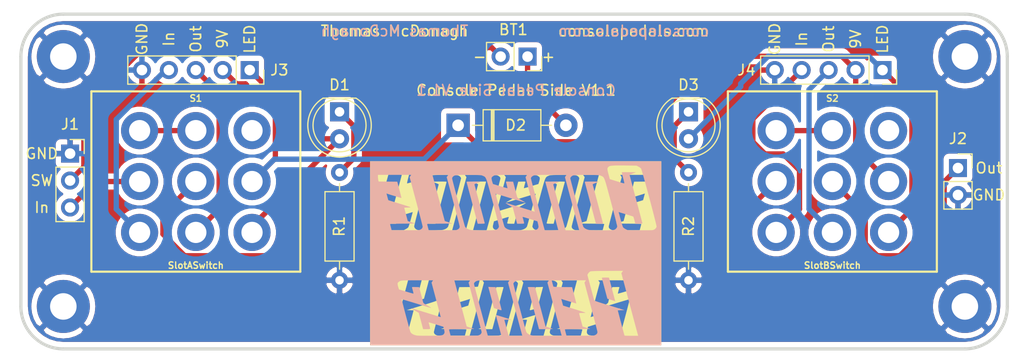
<source format=kicad_pcb>
(kicad_pcb (version 20171130) (host pcbnew "(5.1.7)-1")
  (layers (0 F.Cu signal) (31 B.Cu signal) (34 B.Paste user) (35 F.Paste user) (36 B.SilkS user) (37 F.SilkS user) (38 B.Mask user) (39 F.Mask user) (44 Edge.Cuts user))
  (net 0 "")
  (net 1 "Net-(BT1-Pad2)")
  (net 2 "Net-(BT1-Pad1)")
  (net 3 "Net-(D1-Pad1)")
  (net 4 /SlotALED)
  (net 5 +9V)
  (net 6 /SlotBLED)
  (net 7 "Net-(D3-Pad1)")
  (net 8 GND)
  (net 9 "Net-(J1-Pad3)")
  (net 10 "Net-(J2-Pad1)")
  (net 11 /SlotAOutput)
  (net 12 /SlotAInput)
  (net 13 /SlotBInput)
  (net 14 /SlotBOutput)
  (net 15 "Net-(S1-PadP$1)")
  (net 16 "Net-(S1-PadP$5)")
  (net 17 "Net-(S2-PadP$1)")
  (module libraries:consolePedalsLogo (layer F.Cu) (at 133.696999 117.856)
    (fp_text reference G*** hide)
    (fp_text value LOGO hide)
  )
  (module libraries:consolePedalsLogo (layer B.Cu) (at 133.696999 117.856 180)
    (fp_text reference G*** hide)
    (fp_text value LOGO hide)
  )
  (module libraries:STOMP_SWITCH_3PDT (layer F.Cu) (at 163.548181 111.089441)
    (fp_text reference S2 (at 0 -7.838441) (layer F.SilkS) (effects (font (size 0.6096 0.6096) (thickness 0.127))))
    (fp_text value SlotBSwitch (at 0 7.909559) (layer F.SilkS) (effects (font (size 0.6096 0.6096) (thickness 0.127))))
    (pad P$9 thru_hole circle (at 5.29844 4.79806) (size 3.5 3.5) (drill 2) (layers *.Cu *.Mask) (net 6 /SlotBLED))
    (pad P$8 thru_hole circle (at 5.29844 0) (size 3.5 3.5) (drill 2) (layers *.Cu *.Mask) (net 5 +9V))
    (pad P$7 thru_hole circle (at 5.29844 -4.79806) (size 3.5 3.5) (drill 2) (layers *.Cu *.Mask))
    (pad P$6 thru_hole circle (at 0 4.79806) (size 3.5 3.5) (drill 2) (layers *.Cu *.Mask) (net 14 /SlotBOutput))
    (pad P$5 thru_hole circle (at 0 0) (size 3.5 3.5) (drill 2) (layers *.Cu *.Mask) (net 10 "Net-(J2-Pad1)"))
    (pad P$4 thru_hole circle (at 0 -4.79806) (size 3.5 3.5) (drill 2) (layers *.Cu *.Mask) (net 17 "Net-(S2-PadP$1)"))
    (pad P$3 thru_hole circle (at -5.29844 4.79806) (size 3.5 3.5) (drill 2) (layers *.Cu *.Mask) (net 13 /SlotBInput))
    (pad P$2 thru_hole circle (at -5.29844 0) (size 3.5 3.5) (drill 2) (layers *.Cu *.Mask) (net 16 "Net-(S1-PadP$5)"))
    (pad P$1 thru_hole circle (at -5.29844 -4.79806) (size 3.5 3.5) (drill 2) (layers *.Cu *.Mask) (net 17 "Net-(S2-PadP$1)"))
  )
  (module libraries:STOMP_SWITCH_3PDT (layer F.Cu) (at 103.548181 111.089441)
    (fp_text reference S1 (at 0 -7.838441) (layer F.SilkS) (effects (font (size 0.6096 0.6096) (thickness 0.127))))
    (fp_text value SlotASwitch (at 0 7.909559) (layer F.SilkS) (effects (font (size 0.6096 0.6096) (thickness 0.127))))
    (pad P$9 thru_hole circle (at 5.29844 4.79806) (size 3.5 3.5) (drill 2) (layers *.Cu *.Mask) (net 4 /SlotALED))
    (pad P$8 thru_hole circle (at 5.29844 0) (size 3.5 3.5) (drill 2) (layers *.Cu *.Mask) (net 5 +9V))
    (pad P$7 thru_hole circle (at 5.29844 -4.79806) (size 3.5 3.5) (drill 2) (layers *.Cu *.Mask))
    (pad P$6 thru_hole circle (at 0 4.79806) (size 3.5 3.5) (drill 2) (layers *.Cu *.Mask) (net 11 /SlotAOutput))
    (pad P$5 thru_hole circle (at 0 0) (size 3.5 3.5) (drill 2) (layers *.Cu *.Mask) (net 16 "Net-(S1-PadP$5)"))
    (pad P$4 thru_hole circle (at 0 -4.79806) (size 3.5 3.5) (drill 2) (layers *.Cu *.Mask) (net 15 "Net-(S1-PadP$1)"))
    (pad P$3 thru_hole circle (at -5.29844 4.79806) (size 3.5 3.5) (drill 2) (layers *.Cu *.Mask) (net 12 /SlotAInput))
    (pad P$2 thru_hole circle (at -5.29844 0) (size 3.5 3.5) (drill 2) (layers *.Cu *.Mask) (net 9 "Net-(J1-Pad3)"))
    (pad P$1 thru_hole circle (at -5.29844 -4.79806) (size 3.5 3.5) (drill 2) (layers *.Cu *.Mask) (net 15 "Net-(S1-PadP$1)"))
  )
  (module Connector_PinSocket_2.54mm:PinSocket_1x02_P2.54mm_Vertical (layer F.Cu) (at 134.818181 99.314 270)
    (fp_text reference BT1 (at -2.54 1.341181 180) (layer F.SilkS))
    (fp_text value 9V)
    (pad 2 thru_hole oval (at 0 2.54 270) (size 1.7 1.7) (drill 1) (layers *.Cu *.Mask) (net 1 "Net-(BT1-Pad2)"))
    (pad 1 thru_hole rect (at 0 0 270) (size 1.7 1.7) (drill 1) (layers *.Cu *.Mask) (net 2 "Net-(BT1-Pad1)"))
  )
  (module LED_THT:LED_D5.0mm (layer F.Cu) (at 117.094 104.521 270)
    (fp_text reference D1 (at -2.54 0 180) (layer F.SilkS))
    (fp_text value LED)
    (pad 2 thru_hole circle (at 2.54 0 270) (size 1.8 1.8) (drill 0.9) (layers *.Cu *.Mask) (net 4 /SlotALED))
    (pad 1 thru_hole rect (at 0 0 270) (size 1.8 1.8) (drill 0.9) (layers *.Cu *.Mask) (net 3 "Net-(D1-Pad1)"))
  )
  (module Diode_THT:D_DO-41_SOD81_P10.16mm_Horizontal (layer F.Cu) (at 128.27 105.791)
    (fp_text reference D2 (at 5.426999 -0.013001) (layer F.SilkS))
    (fp_text value D)
    (pad 2 thru_hole oval (at 10.16 0) (size 2.2 2.2) (drill 1.1) (layers *.Cu *.Mask) (net 2 "Net-(BT1-Pad1)"))
    (pad 1 thru_hole rect (at 0 0) (size 2.2 2.2) (drill 1.1) (layers *.Cu *.Mask) (net 5 +9V))
  )
  (module LED_THT:LED_D5.0mm (layer F.Cu) (at 149.987 104.521 270)
    (fp_text reference D3 (at -2.54 0 180) (layer F.SilkS))
    (fp_text value LED)
    (pad 2 thru_hole circle (at 2.54 0 270) (size 1.8 1.8) (drill 0.9) (layers *.Cu *.Mask) (net 6 /SlotBLED))
    (pad 1 thru_hole rect (at 0 0 270) (size 1.8 1.8) (drill 0.9) (layers *.Cu *.Mask) (net 7 "Net-(D3-Pad1)"))
  )
  (module MountingHole:MountingHole_2.5mm_Pad (layer F.Cu) (at 91.059 99.314)
    (fp_text reference H1 hide)
    (fp_text value Mount)
    (pad 1 thru_hole circle (at 0 0) (size 5 5) (drill 2.5) (layers *.Cu *.Mask) (net 8 GND))
  )
  (module MountingHole:MountingHole_2.5mm_Pad (layer F.Cu) (at 176.037362 99.314)
    (fp_text reference H2 hide)
    (fp_text value Mount)
    (pad 1 thru_hole circle (at 0 0) (size 5 5) (drill 2.5) (layers *.Cu *.Mask) (net 8 GND))
  )
  (module MountingHole:MountingHole_2.5mm_Pad (layer F.Cu) (at 91.059 122.864882)
    (fp_text reference H3 hide)
    (fp_text value Mount)
    (pad 1 thru_hole circle (at 0 0) (size 5 5) (drill 2.5) (layers *.Cu *.Mask) (net 8 GND))
  )
  (module MountingHole:MountingHole_2.5mm_Pad (layer F.Cu) (at 176.037362 122.864882)
    (fp_text reference H4 hide)
    (fp_text value Mount)
    (pad 1 thru_hole circle (at 0 0) (size 5 5) (drill 2.5) (layers *.Cu *.Mask) (net 8 GND))
  )
  (module Connector_PinSocket_2.54mm:PinSocket_1x03_P2.54mm_Vertical (layer F.Cu) (at 91.694 108.458)
    (fp_text reference J1 (at 0 -2.77) (layer F.SilkS))
    (fp_text value AudioJack3)
    (pad 3 thru_hole oval (at 0 5.08) (size 1.7 1.7) (drill 1) (layers *.Cu *.Mask) (net 9 "Net-(J1-Pad3)"))
    (pad 2 thru_hole oval (at 0 2.54) (size 1.7 1.7) (drill 1) (layers *.Cu *.Mask) (net 1 "Net-(BT1-Pad2)"))
    (pad 1 thru_hole rect (at 0 0) (size 1.7 1.7) (drill 1) (layers *.Cu *.Mask) (net 8 GND))
  )
  (module Connector_PinSocket_2.54mm:PinSocket_1x02_P2.54mm_Vertical (layer F.Cu) (at 175.387 109.819441)
    (fp_text reference J2 (at 0 -2.77) (layer F.SilkS))
    (fp_text value AudioJack2)
    (pad 2 thru_hole oval (at 0 2.54) (size 1.7 1.7) (drill 1) (layers *.Cu *.Mask) (net 8 GND))
    (pad 1 thru_hole rect (at 0 0) (size 1.7 1.7) (drill 1) (layers *.Cu *.Mask) (net 10 "Net-(J2-Pad1)"))
  )
  (module Connector_PinSocket_2.54mm:PinSocket_1x05_P2.54mm_Vertical (layer F.Cu) (at 108.628181 100.584 270)
    (fp_text reference J3 (at 0 -2.794 180) (layer F.SilkS))
    (fp_text value SlotA)
    (pad 5 thru_hole oval (at 0 10.16 270) (size 1.7 1.7) (drill 1) (layers *.Cu *.Mask) (net 8 GND))
    (pad 4 thru_hole oval (at 0 7.62 270) (size 1.7 1.7) (drill 1) (layers *.Cu *.Mask) (net 12 /SlotAInput))
    (pad 3 thru_hole oval (at 0 5.08 270) (size 1.7 1.7) (drill 1) (layers *.Cu *.Mask) (net 11 /SlotAOutput))
    (pad 2 thru_hole oval (at 0 2.54 270) (size 1.7 1.7) (drill 1) (layers *.Cu *.Mask) (net 5 +9V))
    (pad 1 thru_hole rect (at 0 0 270) (size 1.7 1.7) (drill 1) (layers *.Cu *.Mask) (net 4 /SlotALED))
  )
  (module Connector_PinSocket_2.54mm:PinSocket_1x05_P2.54mm_Vertical (layer F.Cu) (at 168.275 100.584 270)
    (fp_text reference J4 (at 0 12.827 180) (layer F.SilkS))
    (fp_text value SlotB)
    (pad 5 thru_hole oval (at 0 10.16 270) (size 1.7 1.7) (drill 1) (layers *.Cu *.Mask) (net 8 GND))
    (pad 4 thru_hole oval (at 0 7.62 270) (size 1.7 1.7) (drill 1) (layers *.Cu *.Mask) (net 13 /SlotBInput))
    (pad 3 thru_hole oval (at 0 5.08 270) (size 1.7 1.7) (drill 1) (layers *.Cu *.Mask) (net 14 /SlotBOutput))
    (pad 2 thru_hole oval (at 0 2.54 270) (size 1.7 1.7) (drill 1) (layers *.Cu *.Mask) (net 5 +9V))
    (pad 1 thru_hole rect (at 0 0 270) (size 1.7 1.7) (drill 1) (layers *.Cu *.Mask) (net 6 /SlotBLED))
  )
  (module Resistor_THT:R_Axial_DIN0207_L6.3mm_D2.5mm_P10.16mm_Horizontal (layer F.Cu) (at 117.094 110.236 270)
    (fp_text reference R1 (at 5.08 0.027999 90) (layer F.SilkS))
    (fp_text value LED)
    (pad 2 thru_hole oval (at 10.16 0 270) (size 1.6 1.6) (drill 0.8) (layers *.Cu *.Mask) (net 8 GND))
    (pad 1 thru_hole circle (at 0 0 270) (size 1.6 1.6) (drill 0.8) (layers *.Cu *.Mask) (net 3 "Net-(D1-Pad1)"))
  )
  (module Resistor_THT:R_Axial_DIN0207_L6.3mm_D2.5mm_P10.16mm_Horizontal (layer F.Cu) (at 149.987 110.236 270)
    (fp_text reference R2 (at 5.08 0 90) (layer F.SilkS))
    (fp_text value LED)
    (pad 2 thru_hole oval (at 10.16 0 270) (size 1.6 1.6) (drill 0.8) (layers *.Cu *.Mask) (net 8 GND))
    (pad 1 thru_hole circle (at 0 0 270) (size 1.6 1.6) (drill 0.8) (layers *.Cu *.Mask) (net 7 "Net-(D3-Pad1)"))
  )
  (gr_text GND (at 178.308 112.359441) (layer F.SilkS) (effects (font (size 1 1))))
  (gr_text "Thomas McDonagh" (at 122.278181 96.901) (layer B.SilkS) (effects (font (size 1 1)) (justify mirror)))
  (gr_text consolepedals.com (at 144.818181 96.901) (layer B.SilkS) (effects (font (size 1 1)) (justify mirror)))
  (gr_text "Console Pedal Side V1.1" (at 133.731 102.489) (layer B.SilkS) (effects (font (size 1 1)) (justify mirror)))
  (gr_text "Console Pedal Side V1.1" (at 133.731 102.489) (layer F.SilkS) (effects (font (size 1 1))))
  (gr_text consolepedals.com (at 144.818181 96.901) (layer F.SilkS) (effects (font (size 1 1))))
  (gr_text "Thomas McDonagh" (at 122.278181 96.901) (layer F.SilkS) (effects (font (size 1 1))))
  (gr_line (start 91.059 126.864882) (end 176.037362 126.864882) (layer Edge.Cuts) (width 0.3))
  (gr_line (start 180.037362 122.864882) (end 180.037362 99.314) (layer Edge.Cuts) (width 0.3))
  (gr_line (start 87.059 122.864882) (end 87.059 99.314) (layer Edge.Cuts) (width 0.3))
  (gr_line (start 91.059 95.314) (end 176.037362 95.314) (layer Edge.Cuts) (width 0.3))
  (gr_arc (start 91.059 99.314) (end 91.059 95.314) (angle -90) (layer Edge.Cuts) (width 0.3))
  (gr_arc (start 91.059 122.864882) (end 87.059 122.864882) (angle -90) (layer Edge.Cuts) (width 0.3))
  (gr_arc (start 176.037362 122.864882) (end 176.037362 126.864882) (angle -90) (layer Edge.Cuts) (width 0.3))
  (gr_arc (start 176.037362 99.314) (end 180.037362 99.314) (angle -90) (layer Edge.Cuts) (width 0.3))
  (gr_text LED (at 108.628181 97.663 90) (layer F.SilkS) (effects (font (size 1 1))))
  (gr_text 9V (at 106.045 97.663 90) (layer F.SilkS) (effects (font (size 1 1))))
  (gr_text Out (at 103.548181 97.663 90) (layer F.SilkS) (effects (font (size 1 1))))
  (gr_text In (at 101.008181 97.663 90) (layer F.SilkS) (effects (font (size 1 1))))
  (gr_text GND (at 98.468181 97.663 90) (layer F.SilkS) (effects (font (size 1 1))))
  (gr_text LED (at 168.275 97.663 90) (layer F.SilkS) (effects (font (size 1 1))))
  (gr_text 9V (at 165.735 97.663 90) (layer F.SilkS) (effects (font (size 1 1))))
  (gr_text Out (at 163.195 97.663 90) (layer F.SilkS) (effects (font (size 1 1))))
  (gr_text In (at 160.655 97.663 90) (layer F.SilkS) (effects (font (size 1 1))))
  (gr_text GND (at 158.115 97.663 90) (layer F.SilkS) (effects (font (size 1 1))))
  (gr_text - (at 130.302 99.314) (layer F.SilkS) (effects (font (size 1 1))))
  (gr_text + (at 136.779 99.314) (layer F.SilkS) (effects (font (size 1 1))))
  (gr_text SW (at 89.027 110.998) (layer F.SilkS) (effects (font (size 1 1))))
  (gr_text In (at 89.027 113.538) (layer F.SilkS) (effects (font (size 1 1))))
  (gr_text GND (at 89.027 108.458) (layer F.SilkS) (effects (font (size 1 1))))
  (gr_text Out (at 178.308 109.819441) (layer F.SilkS) (effects (font (size 1 1))))
  (segment (start 92.994001 109.697999) (end 91.694 110.998) (width 0.5) (layer F.Cu) (net 1))
  (segment (start 92.994001 104.134178) (end 92.994001 109.697999) (width 0.5) (layer F.Cu) (net 1))
  (segment (start 98.664178 98.464001) (end 92.994001 104.134178) (width 0.5) (layer F.Cu) (net 1))
  (segment (start 131.428182 98.464001) (end 98.664178 98.464001) (width 0.5) (layer F.Cu) (net 1))
  (segment (start 132.278181 99.314) (end 131.428182 98.464001) (width 0.5) (layer F.Cu) (net 1))
  (segment (start 134.818181 102.179181) (end 138.43 105.791) (width 0.5) (layer F.Cu) (net 2))
  (segment (start 134.818181 99.314) (end 134.818181 102.179181) (width 0.5) (layer F.Cu) (net 2))
  (segment (start 118.444001 105.871001) (end 117.094 104.521) (width 0.5) (layer F.Cu) (net 3))
  (segment (start 118.444001 108.885999) (end 118.444001 105.871001) (width 0.5) (layer F.Cu) (net 3))
  (segment (start 117.094 110.236) (end 118.444001 108.885999) (width 0.5) (layer F.Cu) (net 3))
  (segment (start 115.105181 107.061) (end 108.628181 100.584) (width 0.5) (layer F.Cu) (net 4))
  (segment (start 117.094 107.061) (end 115.105181 107.061) (width 0.5) (layer F.Cu) (net 4))
  (segment (start 108.846621 115.308379) (end 108.846621 115.887501) (width 0.5) (layer F.Cu) (net 4))
  (segment (start 117.094 107.061) (end 108.846621 115.308379) (width 0.5) (layer F.Cu) (net 4))
  (segment (start 125.075001 108.985999) (end 128.27 105.791) (width 0.5) (layer B.Cu) (net 5))
  (segment (start 110.950063 108.985999) (end 125.075001 108.985999) (width 0.5) (layer B.Cu) (net 5))
  (segment (start 108.846621 111.089441) (end 110.950063 108.985999) (width 0.5) (layer B.Cu) (net 5))
  (segment (start 164.434999 99.283999) (end 165.735 100.584) (width 0.5) (layer F.Cu) (net 5))
  (segment (start 152.613999 99.283999) (end 164.434999 99.283999) (width 0.5) (layer F.Cu) (net 5))
  (segment (start 129.820001 107.341001) (end 144.556997 107.341001) (width 0.5) (layer F.Cu) (net 5))
  (segment (start 144.556997 107.341001) (end 152.613999 99.283999) (width 0.5) (layer F.Cu) (net 5))
  (segment (start 128.27 105.791) (end 129.820001 107.341001) (width 0.5) (layer F.Cu) (net 5))
  (segment (start 108.234001 101.884001) (end 107.388182 101.884001) (width 0.5) (layer F.Cu) (net 5))
  (segment (start 107.388182 101.884001) (end 106.088181 100.584) (width 0.5) (layer F.Cu) (net 5))
  (segment (start 111.046622 104.696622) (end 108.234001 101.884001) (width 0.5) (layer F.Cu) (net 5))
  (segment (start 111.046622 108.88944) (end 111.046622 104.696622) (width 0.5) (layer F.Cu) (net 5))
  (segment (start 108.846621 111.089441) (end 111.046622 108.88944) (width 0.5) (layer F.Cu) (net 5))
  (segment (start 165.748182 100.597182) (end 165.735 100.584) (width 0.5) (layer F.Cu) (net 5))
  (segment (start 165.748182 107.991002) (end 165.748182 100.597182) (width 0.5) (layer F.Cu) (net 5))
  (segment (start 168.846621 111.089441) (end 165.748182 107.991002) (width 0.5) (layer F.Cu) (net 5))
  (segment (start 171.046622 103.355622) (end 168.275 100.584) (width 0.5) (layer F.Cu) (net 6))
  (segment (start 171.046622 113.6875) (end 171.046622 103.355622) (width 0.5) (layer F.Cu) (net 6))
  (segment (start 168.846621 115.887501) (end 171.046622 113.6875) (width 0.5) (layer F.Cu) (net 6))
  (segment (start 157.490999 99.283999) (end 166.974999 99.283999) (width 0.5) (layer B.Cu) (net 6))
  (segment (start 154.907133 101.867865) (end 157.490999 99.283999) (width 0.5) (layer B.Cu) (net 6))
  (segment (start 154.907133 102.140867) (end 154.907133 101.867865) (width 0.5) (layer B.Cu) (net 6))
  (segment (start 166.974999 99.283999) (end 168.275 100.584) (width 0.5) (layer B.Cu) (net 6))
  (segment (start 149.987 107.061) (end 154.907133 102.140867) (width 0.5) (layer B.Cu) (net 6))
  (segment (start 148.636999 105.871001) (end 149.987 104.521) (width 0.5) (layer F.Cu) (net 7))
  (segment (start 148.636999 108.885999) (end 148.636999 105.871001) (width 0.5) (layer F.Cu) (net 7))
  (segment (start 149.987 110.236) (end 148.636999 108.885999) (width 0.5) (layer F.Cu) (net 7))
  (segment (start 94.142559 111.089441) (end 91.694 113.538) (width 0.5) (layer F.Cu) (net 9))
  (segment (start 98.249741 111.089441) (end 94.142559 111.089441) (width 0.5) (layer F.Cu) (net 9))
  (segment (start 174.086999 113.903125) (end 174.086999 111.119442) (width 0.5) (layer F.Cu) (net 10))
  (segment (start 169.902622 118.087502) (end 174.086999 113.903125) (width 0.5) (layer F.Cu) (net 10))
  (segment (start 166.64662 116.943502) (end 167.79062 118.087502) (width 0.5) (layer F.Cu) (net 10))
  (segment (start 166.64662 114.18788) (end 166.64662 116.943502) (width 0.5) (layer F.Cu) (net 10))
  (segment (start 174.086999 111.119442) (end 175.387 109.819441) (width 0.5) (layer F.Cu) (net 10))
  (segment (start 167.79062 118.087502) (end 169.902622 118.087502) (width 0.5) (layer F.Cu) (net 10))
  (segment (start 163.548181 111.089441) (end 166.64662 114.18788) (width 0.5) (layer F.Cu) (net 10))
  (segment (start 105.748182 102.784001) (end 103.548181 100.584) (width 0.5) (layer F.Cu) (net 11))
  (segment (start 105.748182 113.6875) (end 105.748182 102.784001) (width 0.5) (layer F.Cu) (net 11))
  (segment (start 103.548181 115.887501) (end 105.748182 113.6875) (width 0.5) (layer F.Cu) (net 11))
  (segment (start 100.70112 100.584) (end 101.008181 100.584) (width 0.5) (layer B.Cu) (net 12))
  (segment (start 96.04974 105.23538) (end 100.70112 100.584) (width 0.5) (layer B.Cu) (net 12))
  (segment (start 96.04974 113.6875) (end 96.04974 105.23538) (width 0.5) (layer B.Cu) (net 12))
  (segment (start 98.249741 115.887501) (end 96.04974 113.6875) (width 0.5) (layer B.Cu) (net 12))
  (segment (start 156.04974 105.18926) (end 160.655 100.584) (width 0.5) (layer F.Cu) (net 13))
  (segment (start 156.04974 107.347382) (end 156.04974 105.18926) (width 0.5) (layer F.Cu) (net 13))
  (segment (start 157.19374 108.491382) (end 156.04974 107.347382) (width 0.5) (layer F.Cu) (net 13))
  (segment (start 158.907684 108.491382) (end 157.19374 108.491382) (width 0.5) (layer F.Cu) (net 13))
  (segment (start 160.449742 110.03344) (end 158.907684 108.491382) (width 0.5) (layer F.Cu) (net 13))
  (segment (start 160.449742 113.6875) (end 160.449742 110.03344) (width 0.5) (layer F.Cu) (net 13))
  (segment (start 158.249741 115.887501) (end 160.449742 113.6875) (width 0.5) (layer F.Cu) (net 13))
  (segment (start 161.34818 113.6875) (end 163.548181 115.887501) (width 0.5) (layer B.Cu) (net 14))
  (segment (start 161.34818 102.43082) (end 161.34818 113.6875) (width 0.5) (layer B.Cu) (net 14))
  (segment (start 163.195 100.584) (end 161.34818 102.43082) (width 0.5) (layer B.Cu) (net 14))
  (segment (start 98.249741 106.291381) (end 103.548181 106.291381) (width 0.5) (layer F.Cu) (net 15))
  (segment (start 100.449742 114.18788) (end 103.548181 111.089441) (width 0.5) (layer F.Cu) (net 16))
  (segment (start 102.49218 118.087502) (end 100.449742 116.045064) (width 0.5) (layer F.Cu) (net 16))
  (segment (start 100.449742 116.045064) (end 100.449742 114.18788) (width 0.5) (layer F.Cu) (net 16))
  (segment (start 151.25168 118.087502) (end 102.49218 118.087502) (width 0.5) (layer F.Cu) (net 16))
  (segment (start 158.249741 111.089441) (end 151.25168 118.087502) (width 0.5) (layer F.Cu) (net 16))
  (segment (start 158.249741 106.291381) (end 163.548181 106.291381) (width 0.5) (layer F.Cu) (net 17))
  (zone (net 8) (net_name GND) (layer F.Cu) (connect_pads (clearance 0.508)) (min_thickness 0.254) (fill yes (arc_segments 32) (thermal_gap 0.508) (thermal_bridge_width 0.508))
    (polygon (pts (xy 181.61 128.27) (xy 85.09 128.27) (xy 85.09 93.98) (xy 181.61 93.98)))
  )
  (zone (net 8) (net_name GND) (layer B.Cu) (connect_pads (clearance 0.508)) (min_thickness 0.254) (fill yes (arc_segments 32) (thermal_gap 0.508) (thermal_bridge_width 0.508))
    (polygon (pts (xy 181.61 128.27) (xy 85.09 128.27) (xy 85.09 93.98) (xy 181.61 93.98)))
  )
)
</source>
